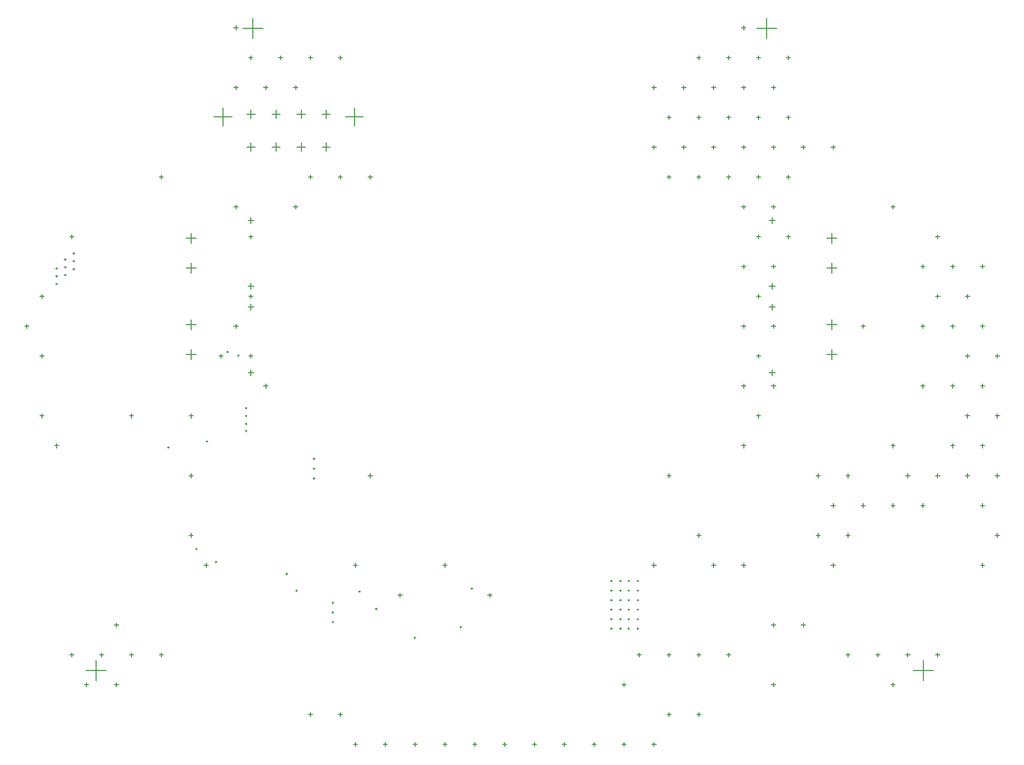
<source format=gbr>
%TF.GenerationSoftware,Altium Limited,Altium Designer,23.6.0 (18)*%
G04 Layer_Color=128*
%FSLAX45Y45*%
%MOMM*%
%TF.SameCoordinates,CA757A27-890D-4031-9470-5F8B39CF6935*%
%TF.FilePolarity,Positive*%
%TF.FileFunction,Drillmap*%
%TF.Part,Single*%
G01*
G75*
%TA.AperFunction,NonConductor*%
%ADD56C,0.12700*%
D56*
X16842000Y3238999D02*
X17181999D01*
X17012000Y3068999D02*
Y3408999D01*
X5615401Y13986131D02*
X5955401D01*
X5785401Y13816132D02*
Y14156131D01*
X2985593Y3238999D02*
X3325593D01*
X3155593Y3068999D02*
Y3408999D01*
X14212193Y13986131D02*
X14552193D01*
X14382193Y13816132D02*
Y14156131D01*
X5703098Y9325698D02*
X5803098D01*
X5753098Y9275698D02*
Y9375698D01*
X5703098Y8225701D02*
X5803098D01*
X5753098Y8175701D02*
Y8275700D01*
X4668100Y8525700D02*
X4838100D01*
X4753100Y8440700D02*
Y8610700D01*
X4668100Y9025699D02*
X4838100D01*
X4753100Y8940699D02*
Y9110699D01*
X5703100Y10773501D02*
X5803100D01*
X5753100Y10723502D02*
Y10823501D01*
X5703100Y9673499D02*
X5803100D01*
X5753100Y9623499D02*
Y9723498D01*
X4668102Y9973498D02*
X4838102D01*
X4753102Y9888498D02*
Y10058498D01*
X4668102Y10473502D02*
X4838102D01*
X4753102Y10388502D02*
Y10558502D01*
X6942198Y12001500D02*
X7082198D01*
X7012198Y11931500D02*
Y12071500D01*
X6522199Y12001500D02*
X6662199D01*
X6592199Y11931500D02*
Y12071500D01*
X6102200Y12001500D02*
X6242200D01*
X6172200Y11931500D02*
Y12071500D01*
X5682201Y12001500D02*
X5822201D01*
X5752201Y11931500D02*
Y12071500D01*
X6942198Y12551501D02*
X7082198D01*
X7012198Y12481502D02*
Y12621501D01*
X6522199Y12551501D02*
X6662199D01*
X6592199Y12481502D02*
Y12621501D01*
X6102200Y12551501D02*
X6242200D01*
X6172200Y12481502D02*
Y12621501D01*
X5682201Y12551501D02*
X5822201D01*
X5752201Y12481502D02*
Y12621501D01*
X7332200Y12505502D02*
X7632200D01*
X7482200Y12355502D02*
Y12655502D01*
X5132199Y12505502D02*
X5432199D01*
X5282199Y12355502D02*
Y12655502D01*
X14428000Y8225699D02*
X14528000D01*
X14478000Y8175699D02*
Y8275698D01*
X14428000Y9325701D02*
X14528000D01*
X14478000Y9275702D02*
Y9375701D01*
X15392998Y9025702D02*
X15562997D01*
X15477998Y8940702D02*
Y9110702D01*
X15392998Y8525698D02*
X15562997D01*
X15477998Y8440698D02*
Y8610698D01*
X15392998Y9973498D02*
X15562997D01*
X15477998Y9888498D02*
Y10058498D01*
X15392998Y10473502D02*
X15562997D01*
X15477998Y10388502D02*
Y10558502D01*
X14428000Y10773501D02*
X14528000D01*
X14478000Y10723502D02*
Y10823501D01*
X14428000Y9673499D02*
X14528000D01*
X14478000Y9623499D02*
Y9723498D01*
X17964441Y10000000D02*
X18035561D01*
X18000002Y9964440D02*
Y10035560D01*
X17964441Y9000000D02*
X18035561D01*
X18000002Y8964440D02*
Y9035560D01*
X18214441Y8500000D02*
X18285561D01*
X18250002Y8464440D02*
Y8535560D01*
X17964441Y8000000D02*
X18035561D01*
X18000002Y7964440D02*
Y8035560D01*
X18214441Y7500000D02*
X18285561D01*
X18250002Y7464440D02*
Y7535560D01*
X17964441Y7000000D02*
X18035561D01*
X18000002Y6964440D02*
Y7035560D01*
X18214441Y6500000D02*
X18285561D01*
X18250002Y6464440D02*
Y6535560D01*
X17964441Y6000000D02*
X18035561D01*
X18000002Y5964440D02*
Y6035560D01*
X18214441Y5500000D02*
X18285561D01*
X18250002Y5464440D02*
Y5535560D01*
X17964441Y5000000D02*
X18035561D01*
X18000002Y4964440D02*
Y5035560D01*
X17464441Y10000000D02*
X17535561D01*
X17500002Y9964440D02*
Y10035560D01*
X17714441Y9500000D02*
X17785561D01*
X17750002Y9464440D02*
Y9535560D01*
X17464441Y9000000D02*
X17535561D01*
X17500002Y8964440D02*
Y9035560D01*
X17714441Y8500000D02*
X17785561D01*
X17750002Y8464440D02*
Y8535560D01*
X17464441Y8000000D02*
X17535561D01*
X17500002Y7964440D02*
Y8035560D01*
X17714441Y7500000D02*
X17785561D01*
X17750002Y7464440D02*
Y7535560D01*
X17464441Y7000000D02*
X17535561D01*
X17500002Y6964440D02*
Y7035560D01*
X17714441Y6500000D02*
X17785561D01*
X17750002Y6464440D02*
Y6535560D01*
X17214441Y10500000D02*
X17285561D01*
X17250002Y10464440D02*
Y10535560D01*
X16964441Y10000000D02*
X17035561D01*
X17000002Y9964440D02*
Y10035560D01*
X17214441Y9500000D02*
X17285561D01*
X17250002Y9464440D02*
Y9535560D01*
X16964441Y9000000D02*
X17035561D01*
X17000002Y8964440D02*
Y9035560D01*
X16964441Y8000000D02*
X17035561D01*
X17000002Y7964440D02*
Y8035560D01*
X17214441Y6500000D02*
X17285561D01*
X17250002Y6464440D02*
Y6535560D01*
X16964441Y6000000D02*
X17035561D01*
X17000002Y5964440D02*
Y6035560D01*
X17214441Y3500000D02*
X17285561D01*
X17250002Y3464440D02*
Y3535560D01*
X16464441Y11000000D02*
X16535561D01*
X16500002Y10964440D02*
Y11035560D01*
X16464441Y7000000D02*
X16535561D01*
X16500002Y6964440D02*
Y7035560D01*
X16714441Y6500000D02*
X16785561D01*
X16750002Y6464440D02*
Y6535560D01*
X16464441Y6000000D02*
X16535561D01*
X16500002Y5964440D02*
Y6035560D01*
X16714441Y3500000D02*
X16785561D01*
X16750002Y3464440D02*
Y3535560D01*
X16464441Y3000000D02*
X16535561D01*
X16500002Y2964440D02*
Y3035560D01*
X15964441Y9000000D02*
X16035561D01*
X16000002Y8964440D02*
Y9035560D01*
X15964441Y6000000D02*
X16035561D01*
X16000002Y5964440D02*
Y6035560D01*
X16214441Y3500000D02*
X16285561D01*
X16250002Y3464440D02*
Y3535560D01*
X15464439Y12000000D02*
X15535561D01*
X15500000Y11964440D02*
Y12035560D01*
X15714441Y6500000D02*
X15785561D01*
X15750002Y6464440D02*
Y6535560D01*
X15464439Y6000000D02*
X15535561D01*
X15500000Y5964440D02*
Y6035560D01*
X15714441Y5500000D02*
X15785561D01*
X15750002Y5464440D02*
Y5535560D01*
X15464439Y5000000D02*
X15535561D01*
X15500000Y4964440D02*
Y5035560D01*
X15714441Y3500000D02*
X15785561D01*
X15750002Y3464440D02*
Y3535560D01*
X14964439Y12000000D02*
X15035561D01*
X15000000Y11964440D02*
Y12035560D01*
X15214439Y6500000D02*
X15285561D01*
X15250000Y6464440D02*
Y6535560D01*
X15214439Y5500000D02*
X15285561D01*
X15250000Y5464440D02*
Y5535560D01*
X14964439Y4000000D02*
X15035561D01*
X15000000Y3964440D02*
Y4035560D01*
X14714439Y13500000D02*
X14785561D01*
X14750000Y13464439D02*
Y13535561D01*
X14464439Y13000000D02*
X14535561D01*
X14500000Y12964439D02*
Y13035561D01*
X14714439Y12500000D02*
X14785561D01*
X14750000Y12464440D02*
Y12535560D01*
X14464439Y12000000D02*
X14535561D01*
X14500000Y11964440D02*
Y12035560D01*
X14714439Y11500000D02*
X14785561D01*
X14750000Y11464440D02*
Y11535560D01*
X14464439Y11000000D02*
X14535561D01*
X14500000Y10964440D02*
Y11035560D01*
X14714439Y10500000D02*
X14785561D01*
X14750000Y10464440D02*
Y10535560D01*
X14464439Y10000000D02*
X14535561D01*
X14500000Y9964440D02*
Y10035560D01*
X14464439Y9000000D02*
X14535561D01*
X14500000Y8964440D02*
Y9035560D01*
X14464439Y8000000D02*
X14535561D01*
X14500000Y7964440D02*
Y8035560D01*
X14464439Y4000000D02*
X14535561D01*
X14500000Y3964440D02*
Y4035560D01*
X14464439Y3000000D02*
X14535561D01*
X14500000Y2964440D02*
Y3035560D01*
X13964439Y14000000D02*
X14035561D01*
X14000000Y13964439D02*
Y14035561D01*
X14214439Y13500000D02*
X14285561D01*
X14250000Y13464439D02*
Y13535561D01*
X13964439Y13000000D02*
X14035561D01*
X14000000Y12964439D02*
Y13035561D01*
X14214439Y12500000D02*
X14285561D01*
X14250000Y12464440D02*
Y12535560D01*
X13964439Y12000000D02*
X14035561D01*
X14000000Y11964440D02*
Y12035560D01*
X14214439Y11500000D02*
X14285561D01*
X14250000Y11464440D02*
Y11535560D01*
X13964439Y11000000D02*
X14035561D01*
X14000000Y10964440D02*
Y11035560D01*
X14214439Y10500000D02*
X14285561D01*
X14250000Y10464440D02*
Y10535560D01*
X13964439Y10000000D02*
X14035561D01*
X14000000Y9964440D02*
Y10035560D01*
X14214439Y9500000D02*
X14285561D01*
X14250000Y9464440D02*
Y9535560D01*
X13964439Y9000000D02*
X14035561D01*
X14000000Y8964440D02*
Y9035560D01*
X14214439Y8500000D02*
X14285561D01*
X14250000Y8464440D02*
Y8535560D01*
X13964439Y8000000D02*
X14035561D01*
X14000000Y7964440D02*
Y8035560D01*
X14214439Y7500000D02*
X14285561D01*
X14250000Y7464440D02*
Y7535560D01*
X13964439Y7000000D02*
X14035561D01*
X14000000Y6964440D02*
Y7035560D01*
X13964439Y5000000D02*
X14035561D01*
X14000000Y4964440D02*
Y5035560D01*
X13714439Y13500000D02*
X13785561D01*
X13750000Y13464439D02*
Y13535561D01*
X13464439Y13000000D02*
X13535561D01*
X13500000Y12964439D02*
Y13035561D01*
X13714439Y12500000D02*
X13785561D01*
X13750000Y12464440D02*
Y12535560D01*
X13464439Y12000000D02*
X13535561D01*
X13500000Y11964440D02*
Y12035560D01*
X13714439Y11500000D02*
X13785561D01*
X13750000Y11464440D02*
Y11535560D01*
X13464439Y5000000D02*
X13535561D01*
X13500000Y4964440D02*
Y5035560D01*
X13714439Y3500000D02*
X13785561D01*
X13750000Y3464440D02*
Y3535560D01*
X13214439Y13500000D02*
X13285561D01*
X13250000Y13464439D02*
Y13535561D01*
X12964439Y13000000D02*
X13035561D01*
X13000000Y12964439D02*
Y13035561D01*
X13214439Y12500000D02*
X13285561D01*
X13250000Y12464440D02*
Y12535560D01*
X12964439Y12000000D02*
X13035561D01*
X13000000Y11964440D02*
Y12035560D01*
X13214439Y11500000D02*
X13285561D01*
X13250000Y11464440D02*
Y11535560D01*
X13214439Y5500000D02*
X13285561D01*
X13250000Y5464440D02*
Y5535560D01*
X13214439Y3500000D02*
X13285561D01*
X13250000Y3464440D02*
Y3535560D01*
X13214439Y2500000D02*
X13285561D01*
X13250000Y2464440D02*
Y2535560D01*
X12464440Y13000000D02*
X12535560D01*
X12500000Y12964439D02*
Y13035561D01*
X12714440Y12500000D02*
X12785560D01*
X12750000Y12464440D02*
Y12535560D01*
X12464440Y12000000D02*
X12535560D01*
X12500000Y11964440D02*
Y12035560D01*
X12714440Y11500000D02*
X12785560D01*
X12750000Y11464440D02*
Y11535560D01*
X12714440Y6500000D02*
X12785560D01*
X12750000Y6464440D02*
Y6535560D01*
X12464440Y5000000D02*
X12535560D01*
X12500000Y4964440D02*
Y5035560D01*
X12714440Y3500000D02*
X12785560D01*
X12750000Y3464440D02*
Y3535560D01*
X12714440Y2500000D02*
X12785560D01*
X12750000Y2464440D02*
Y2535560D01*
X12464440Y2000000D02*
X12535560D01*
X12500000Y1964440D02*
Y2035560D01*
X12214440Y3500000D02*
X12285560D01*
X12250000Y3464440D02*
Y3535560D01*
X11964440Y3000000D02*
X12035560D01*
X12000000Y2964440D02*
Y3035560D01*
X11964440Y2000000D02*
X12035560D01*
X12000000Y1964440D02*
Y2035560D01*
X11464440Y2000000D02*
X11535560D01*
X11500000Y1964440D02*
Y2035560D01*
X10964440Y2000000D02*
X11035560D01*
X11000000Y1964440D02*
Y2035560D01*
X10464440Y2000000D02*
X10535560D01*
X10500000Y1964440D02*
Y2035560D01*
X9964440Y2000000D02*
X10035560D01*
X10000000Y1964440D02*
Y2035560D01*
X9714440Y4500000D02*
X9785560D01*
X9750000Y4464440D02*
Y4535560D01*
X9464440Y2000000D02*
X9535560D01*
X9500000Y1964440D02*
Y2035560D01*
X8964440Y5000000D02*
X9035560D01*
X9000000Y4964440D02*
Y5035560D01*
X8964440Y2000000D02*
X9035560D01*
X9000000Y1964440D02*
Y2035560D01*
X8464440Y2000000D02*
X8535560D01*
X8500000Y1964440D02*
Y2035560D01*
X8214440Y4500000D02*
X8285560D01*
X8250000Y4464440D02*
Y4535560D01*
X7964440Y2000000D02*
X8035560D01*
X8000000Y1964440D02*
Y2035560D01*
X7714440Y11500000D02*
X7785560D01*
X7750000Y11464440D02*
Y11535560D01*
X7714440Y6500000D02*
X7785560D01*
X7750000Y6464440D02*
Y6535560D01*
X7464440Y5000000D02*
X7535560D01*
X7500000Y4964440D02*
Y5035560D01*
X7464440Y2000000D02*
X7535560D01*
X7500000Y1964440D02*
Y2035560D01*
X7214440Y13500000D02*
X7285560D01*
X7250000Y13464439D02*
Y13535561D01*
X7214440Y11500000D02*
X7285560D01*
X7250000Y11464440D02*
Y11535560D01*
X7214440Y2500000D02*
X7285560D01*
X7250000Y2464440D02*
Y2535560D01*
X6714440Y13500000D02*
X6785560D01*
X6750000Y13464439D02*
Y13535561D01*
X6464440Y13000000D02*
X6535560D01*
X6500000Y12964439D02*
Y13035561D01*
X6714440Y11500000D02*
X6785560D01*
X6750000Y11464440D02*
Y11535560D01*
X6464440Y11000000D02*
X6535560D01*
X6500000Y10964440D02*
Y11035560D01*
X6714440Y2500000D02*
X6785560D01*
X6750000Y2464440D02*
Y2535560D01*
X6214440Y13500000D02*
X6285560D01*
X6250000Y13464439D02*
Y13535561D01*
X5964440Y13000000D02*
X6035560D01*
X6000000Y12964439D02*
Y13035561D01*
X5964440Y8000000D02*
X6035560D01*
X6000000Y7964440D02*
Y8035560D01*
X5464440Y14000000D02*
X5535560D01*
X5500000Y13964439D02*
Y14035561D01*
X5714440Y13500000D02*
X5785560D01*
X5750000Y13464439D02*
Y13535561D01*
X5464440Y13000000D02*
X5535560D01*
X5500000Y12964439D02*
Y13035561D01*
X5464440Y11000000D02*
X5535560D01*
X5500000Y10964440D02*
Y11035560D01*
X5714440Y10500000D02*
X5785560D01*
X5750000Y10464440D02*
Y10535560D01*
X5714440Y9500000D02*
X5785560D01*
X5750000Y9464440D02*
Y9535560D01*
X5464440Y9000000D02*
X5535560D01*
X5500000Y8964440D02*
Y9035560D01*
X5714440Y8500000D02*
X5785560D01*
X5750000Y8464440D02*
Y8535560D01*
X5214440Y8500000D02*
X5285560D01*
X5250000Y8464440D02*
Y8535560D01*
X4964440Y5000000D02*
X5035560D01*
X5000000Y4964440D02*
Y5035560D01*
X4714440Y7500000D02*
X4785560D01*
X4750000Y7464440D02*
Y7535560D01*
X4714440Y6500000D02*
X4785560D01*
X4750000Y6464440D02*
Y6535560D01*
X4714440Y5500000D02*
X4785560D01*
X4750000Y5464440D02*
Y5535560D01*
X4214440Y11500000D02*
X4285560D01*
X4250000Y11464440D02*
Y11535560D01*
X4214440Y3500000D02*
X4285560D01*
X4250000Y3464440D02*
Y3535560D01*
X3714440Y7500000D02*
X3785560D01*
X3750000Y7464440D02*
Y7535560D01*
X3464440Y4000000D02*
X3535560D01*
X3500000Y3964440D02*
Y4035560D01*
X3714440Y3500000D02*
X3785560D01*
X3750000Y3464440D02*
Y3535560D01*
X3464440Y3000000D02*
X3535560D01*
X3500000Y2964440D02*
Y3035560D01*
X3214440Y3500000D02*
X3285560D01*
X3250000Y3464440D02*
Y3535560D01*
X2964440Y3000000D02*
X3035560D01*
X3000000Y2964440D02*
Y3035560D01*
X2714440Y10500000D02*
X2785560D01*
X2750000Y10464440D02*
Y10535560D01*
X2464440Y7000000D02*
X2535560D01*
X2500000Y6964440D02*
Y7035560D01*
X2714440Y3500000D02*
X2785560D01*
X2750000Y3464440D02*
Y3535560D01*
X2214440Y9500000D02*
X2285560D01*
X2250000Y9464440D02*
Y9535560D01*
X1964440Y9000000D02*
X2035560D01*
X2000000Y8964440D02*
Y9035560D01*
X2214440Y8500000D02*
X2285560D01*
X2250000Y8464440D02*
Y8535560D01*
X2214440Y7500000D02*
X2285560D01*
X2250000Y7464440D02*
Y7535560D01*
X5344400Y8572500D02*
X5374400D01*
X5359400Y8557500D02*
Y8587500D01*
X5525000Y8510000D02*
X5555000D01*
X5540000Y8495000D02*
Y8525000D01*
X5655000Y7630175D02*
X5685000D01*
X5670000Y7615175D02*
Y7645175D01*
X5655000Y7500000D02*
X5685000D01*
X5670000Y7485000D02*
Y7515000D01*
X5655000Y7369825D02*
X5685000D01*
X5670000Y7354825D02*
Y7384825D01*
X5655000Y7250000D02*
X5685000D01*
X5670000Y7235000D02*
Y7265000D01*
X2485000Y9709825D02*
X2515000D01*
X2500000Y9694825D02*
Y9724825D01*
X2485000Y9970175D02*
X2515000D01*
X2500000Y9955175D02*
Y9985175D01*
X2485000Y9840000D02*
X2515000D01*
X2500000Y9825000D02*
Y9855000D01*
X2625000Y9859825D02*
X2655000D01*
X2640000Y9844825D02*
Y9874825D01*
X2625000Y10120175D02*
X2655000D01*
X2640000Y10105175D02*
Y10135175D01*
X2625000Y9990000D02*
X2655000D01*
X2640000Y9975000D02*
Y10005000D01*
X2770850Y9960325D02*
X2800850D01*
X2785850Y9945325D02*
Y9975325D01*
X2770850Y10220675D02*
X2800850D01*
X2785850Y10205675D02*
Y10235675D01*
X2770850Y10090500D02*
X2800850D01*
X2785850Y10075500D02*
Y10105500D01*
X6792200Y6451600D02*
X6822200D01*
X6807200Y6436600D02*
Y6466600D01*
X6792200Y6616700D02*
X6822200D01*
X6807200Y6601700D02*
Y6631700D01*
X6792200Y6781800D02*
X6822200D01*
X6807200Y6766800D02*
Y6796800D01*
X11770600Y4097020D02*
X11800600D01*
X11785600Y4082020D02*
Y4112020D01*
X11923000Y4097020D02*
X11953000D01*
X11938000Y4082020D02*
Y4112020D01*
X12062700Y4097020D02*
X12092700D01*
X12077700Y4082020D02*
Y4112020D01*
X12215100Y4097020D02*
X12245100D01*
X12230100Y4082020D02*
Y4112020D01*
X11770600Y3937000D02*
X11800600D01*
X11785600Y3922000D02*
Y3952000D01*
X11923000Y3937000D02*
X11953000D01*
X11938000Y3922000D02*
Y3952000D01*
X12062700Y3937000D02*
X12092700D01*
X12077700Y3922000D02*
Y3952000D01*
X12215100Y3937000D02*
X12245100D01*
X12230100Y3922000D02*
Y3952000D01*
X11770600Y4417060D02*
X11800600D01*
X11785600Y4402060D02*
Y4432060D01*
X11923000Y4417060D02*
X11953000D01*
X11938000Y4402060D02*
Y4432060D01*
X12062700Y4417060D02*
X12092700D01*
X12077700Y4402060D02*
Y4432060D01*
X12215100Y4417060D02*
X12245100D01*
X12230100Y4402060D02*
Y4432060D01*
X11770600Y4257040D02*
X11800600D01*
X11785600Y4242040D02*
Y4272040D01*
X11923000Y4257040D02*
X11953000D01*
X11938000Y4242040D02*
Y4272040D01*
X12062700Y4257040D02*
X12092700D01*
X12077700Y4242040D02*
Y4272040D01*
X12215100Y4257040D02*
X12245100D01*
X12230100Y4242040D02*
Y4272040D01*
X12215100Y4577080D02*
X12245100D01*
X12230100Y4562080D02*
Y4592080D01*
X12062700Y4577080D02*
X12092700D01*
X12077700Y4562080D02*
Y4592080D01*
X11923000Y4577080D02*
X11953000D01*
X11938000Y4562080D02*
Y4592080D01*
X11770600Y4577080D02*
X11800600D01*
X11785600Y4562080D02*
Y4592080D01*
X12215100Y4737100D02*
X12245100D01*
X12230100Y4722100D02*
Y4752100D01*
X12062700Y4737100D02*
X12092700D01*
X12077700Y4722100D02*
Y4752100D01*
X11923000Y4737100D02*
X11953000D01*
X11938000Y4722100D02*
Y4752100D01*
X11770600Y4737100D02*
X11800600D01*
X11785600Y4722100D02*
Y4752100D01*
X4823700Y5270500D02*
X4853700D01*
X4838700Y5255500D02*
Y5285500D01*
X7109700Y4051300D02*
X7139700D01*
X7124700Y4036300D02*
Y4066300D01*
X7109700Y4208780D02*
X7139700D01*
X7124700Y4193780D02*
Y4223780D01*
X7109700Y4368800D02*
X7139700D01*
X7124700Y4353800D02*
Y4383800D01*
X8481300Y3784600D02*
X8511300D01*
X8496300Y3769600D02*
Y3799600D01*
X9250200Y3962400D02*
X9280200D01*
X9265200Y3947400D02*
Y3977400D01*
X9433800Y4610100D02*
X9463800D01*
X9448800Y4595100D02*
Y4625100D01*
X4353800Y6972300D02*
X4383800D01*
X4368800Y6957300D02*
Y6987300D01*
X5001500Y7073900D02*
X5031500D01*
X5016500Y7058900D02*
Y7088900D01*
X5153900Y5054600D02*
X5183900D01*
X5168900Y5039600D02*
Y5069600D01*
X6500100Y4572000D02*
X6530100D01*
X6515100Y4557000D02*
Y4587000D01*
X6335000Y4851400D02*
X6365000D01*
X6350000Y4836400D02*
Y4866400D01*
X7554200Y4559300D02*
X7584200D01*
X7569200Y4544300D02*
Y4574300D01*
X7833600Y4267200D02*
X7863600D01*
X7848600Y4252200D02*
Y4282200D01*
%TF.MD5,a46e7976932e37bbde4d946d6f643b7c*%
M02*

</source>
